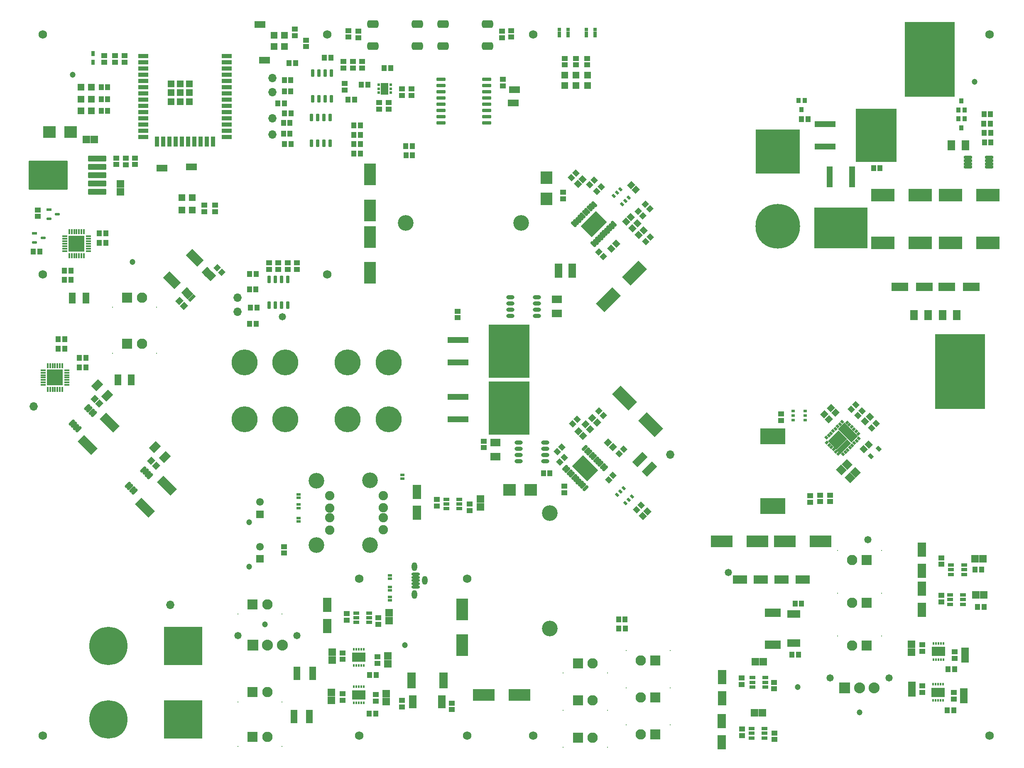
<source format=gts>
G04*
G04 #@! TF.GenerationSoftware,Altium Limited,Altium Designer,22.11.1 (43)*
G04*
G04 Layer_Color=8388736*
%FSLAX25Y25*%
%MOIN*%
G70*
G04*
G04 #@! TF.SameCoordinates,E00A9952-D2AD-4094-941F-04495088175D*
G04*
G04*
G04 #@! TF.FilePolarity,Negative*
G04*
G01*
G75*
%ADD28R,0.05512X0.08661*%
%ADD36R,0.04154X0.02057*%
G04:AMPARAMS|DCode=37|XSize=41.54mil|YSize=20.57mil|CornerRadius=10.29mil|HoleSize=0mil|Usage=FLASHONLY|Rotation=0.000|XOffset=0mil|YOffset=0mil|HoleType=Round|Shape=RoundedRectangle|*
%AMROUNDEDRECTD37*
21,1,0.04154,0.00000,0,0,0.0*
21,1,0.02098,0.02057,0,0,0.0*
1,1,0.02057,0.01049,0.00000*
1,1,0.02057,-0.01049,0.00000*
1,1,0.02057,-0.01049,0.00000*
1,1,0.02057,0.01049,0.00000*
%
%ADD37ROUNDEDRECTD37*%
%ADD45R,0.07874X0.03543*%
%ADD47R,0.08661X0.05512*%
%ADD49R,0.02362X0.01968*%
%ADD50R,0.06102X0.09646*%
%ADD69R,0.05236X0.05236*%
%ADD70R,0.03543X0.07874*%
%ADD105R,0.03556X0.02375*%
%ADD106R,0.04343X0.04737*%
%ADD107R,0.13123X0.13123*%
%ADD108O,0.04147X0.01587*%
%ADD109O,0.01587X0.04147*%
%ADD110R,0.04540X0.04147*%
%ADD111R,0.05524X0.05524*%
%ADD112R,0.06312X0.05918*%
%ADD113R,0.04147X0.04540*%
%ADD114R,0.40170X0.59855*%
%ADD115R,0.04737X0.04343*%
G04:AMPARAMS|DCode=116|XSize=29.65mil|YSize=57.21mil|CornerRadius=5.95mil|HoleSize=0mil|Usage=FLASHONLY|Rotation=180.000|XOffset=0mil|YOffset=0mil|HoleType=Round|Shape=RoundedRectangle|*
%AMROUNDEDRECTD116*
21,1,0.02965,0.04532,0,0,180.0*
21,1,0.01776,0.05721,0,0,180.0*
1,1,0.01190,-0.00888,0.02266*
1,1,0.01190,0.00888,0.02266*
1,1,0.01190,0.00888,-0.02266*
1,1,0.01190,-0.00888,-0.02266*
%
%ADD116ROUNDEDRECTD116*%
%ADD117O,0.06706X0.02572*%
%ADD118R,0.03162X0.02769*%
%ADD119R,0.03162X0.02375*%
%ADD120R,0.10446X0.09265*%
%ADD121R,0.05328X0.10642*%
G04:AMPARAMS|DCode=122|XSize=31.5mil|YSize=21.65mil|CornerRadius=0mil|HoleSize=0mil|Usage=FLASHONLY|Rotation=135.000|XOffset=0mil|YOffset=0mil|HoleType=Round|Shape=Rectangle|*
%AMROTATEDRECTD122*
4,1,4,0.01879,-0.00348,0.00348,-0.01879,-0.01879,0.00348,-0.00348,0.01879,0.01879,-0.00348,0.0*
%
%ADD122ROTATEDRECTD122*%

%ADD123R,0.03150X0.02165*%
%ADD124R,0.09461X0.17335*%
G04:AMPARAMS|DCode=125|XSize=29.65mil|YSize=74.93mil|CornerRadius=5.95mil|HoleSize=0mil|Usage=FLASHONLY|Rotation=90.000|XOffset=0mil|YOffset=0mil|HoleType=Round|Shape=RoundedRectangle|*
%AMROUNDEDRECTD125*
21,1,0.02965,0.06303,0,0,90.0*
21,1,0.01776,0.07493,0,0,90.0*
1,1,0.01190,0.03152,0.00888*
1,1,0.01190,0.03152,-0.00888*
1,1,0.01190,-0.03152,-0.00888*
1,1,0.01190,-0.03152,0.00888*
%
%ADD125ROUNDEDRECTD125*%
%ADD126R,0.10642X0.07493*%
%ADD127R,0.01784X0.02375*%
G04:AMPARAMS|DCode=128|XSize=47.37mil|YSize=43.43mil|CornerRadius=0mil|HoleSize=0mil|Usage=FLASHONLY|Rotation=45.000|XOffset=0mil|YOffset=0mil|HoleType=Round|Shape=Rectangle|*
%AMROTATEDRECTD128*
4,1,4,-0.00139,-0.03210,-0.03210,-0.00139,0.00139,0.03210,0.03210,0.00139,-0.00139,-0.03210,0.0*
%
%ADD128ROTATEDRECTD128*%

G04:AMPARAMS|DCode=129|XSize=45.4mil|YSize=41.47mil|CornerRadius=0mil|HoleSize=0mil|Usage=FLASHONLY|Rotation=225.000|XOffset=0mil|YOffset=0mil|HoleType=Round|Shape=Rectangle|*
%AMROTATEDRECTD129*
4,1,4,0.00139,0.03071,0.03071,0.00139,-0.00139,-0.03071,-0.03071,-0.00139,0.00139,0.03071,0.0*
%
%ADD129ROTATEDRECTD129*%

G04:AMPARAMS|DCode=130|XSize=47.37mil|YSize=43.43mil|CornerRadius=0mil|HoleSize=0mil|Usage=FLASHONLY|Rotation=135.000|XOffset=0mil|YOffset=0mil|HoleType=Round|Shape=Rectangle|*
%AMROTATEDRECTD130*
4,1,4,0.03210,-0.00139,0.00139,-0.03210,-0.03210,0.00139,-0.00139,0.03210,0.03210,-0.00139,0.0*
%
%ADD130ROTATEDRECTD130*%

G04:AMPARAMS|DCode=131|XSize=45.4mil|YSize=41.47mil|CornerRadius=0mil|HoleSize=0mil|Usage=FLASHONLY|Rotation=135.000|XOffset=0mil|YOffset=0mil|HoleType=Round|Shape=Rectangle|*
%AMROTATEDRECTD131*
4,1,4,0.03071,-0.00139,0.00139,-0.03071,-0.03071,0.00139,-0.00139,0.03071,0.03071,-0.00139,0.0*
%
%ADD131ROTATEDRECTD131*%

%ADD132R,0.09265X0.10446*%
G04:AMPARAMS|DCode=133|XSize=126.11mil|YSize=173.35mil|CornerRadius=5.77mil|HoleSize=0mil|Usage=FLASHONLY|Rotation=135.000|XOffset=0mil|YOffset=0mil|HoleType=Round|Shape=RoundedRectangle|*
%AMROUNDEDRECTD133*
21,1,0.12611,0.16181,0,0,135.0*
21,1,0.11457,0.17335,0,0,135.0*
1,1,0.01154,0.01670,0.09771*
1,1,0.01154,0.09771,0.01670*
1,1,0.01154,-0.01670,-0.09771*
1,1,0.01154,-0.09771,-0.01670*
%
%ADD133ROUNDEDRECTD133*%
G04:AMPARAMS|DCode=134|XSize=23.75mil|YSize=55.24mil|CornerRadius=5.97mil|HoleSize=0mil|Usage=FLASHONLY|Rotation=225.000|XOffset=0mil|YOffset=0mil|HoleType=Round|Shape=RoundedRectangle|*
%AMROUNDEDRECTD134*
21,1,0.02375,0.04331,0,0,225.0*
21,1,0.01181,0.05524,0,0,225.0*
1,1,0.01194,-0.01949,0.01114*
1,1,0.01194,-0.01114,0.01949*
1,1,0.01194,0.01949,-0.01114*
1,1,0.01194,0.01114,-0.01949*
%
%ADD134ROUNDEDRECTD134*%
G04:AMPARAMS|DCode=135|XSize=98.55mil|YSize=187.13mil|CornerRadius=0mil|HoleSize=0mil|Usage=FLASHONLY|Rotation=135.000|XOffset=0mil|YOffset=0mil|HoleType=Round|Shape=Rectangle|*
%AMROTATEDRECTD135*
4,1,4,0.10101,0.03132,-0.03132,-0.10101,-0.10101,-0.03132,0.03132,0.10101,0.10101,0.03132,0.0*
%
%ADD135ROTATEDRECTD135*%

G04:AMPARAMS|DCode=136|XSize=98.55mil|YSize=187.13mil|CornerRadius=0mil|HoleSize=0mil|Usage=FLASHONLY|Rotation=225.000|XOffset=0mil|YOffset=0mil|HoleType=Round|Shape=Rectangle|*
%AMROTATEDRECTD136*
4,1,4,-0.03132,0.10101,0.10101,-0.03132,0.03132,-0.10101,-0.10101,0.03132,-0.03132,0.10101,0.0*
%
%ADD136ROTATEDRECTD136*%

G04:AMPARAMS|DCode=137|XSize=114.3mil|YSize=59.18mil|CornerRadius=0mil|HoleSize=0mil|Usage=FLASHONLY|Rotation=225.000|XOffset=0mil|YOffset=0mil|HoleType=Round|Shape=Rectangle|*
%AMROTATEDRECTD137*
4,1,4,0.01949,0.06134,0.06134,0.01949,-0.01949,-0.06134,-0.06134,-0.01949,0.01949,0.06134,0.0*
%
%ADD137ROTATEDRECTD137*%

G04:AMPARAMS|DCode=138|XSize=40.68mil|YSize=32.61mil|CornerRadius=0mil|HoleSize=0mil|Usage=FLASHONLY|Rotation=315.000|XOffset=0mil|YOffset=0mil|HoleType=Round|Shape=Rectangle|*
%AMROTATEDRECTD138*
4,1,4,-0.02591,0.00285,-0.00285,0.02591,0.02591,-0.00285,0.00285,-0.02591,-0.02591,0.00285,0.0*
%
%ADD138ROTATEDRECTD138*%

%ADD139R,0.05524X0.05524*%
G04:AMPARAMS|DCode=140|XSize=63.12mil|YSize=59.18mil|CornerRadius=0mil|HoleSize=0mil|Usage=FLASHONLY|Rotation=135.000|XOffset=0mil|YOffset=0mil|HoleType=Round|Shape=Rectangle|*
%AMROTATEDRECTD140*
4,1,4,0.04324,-0.00139,0.00139,-0.04324,-0.04324,0.00139,-0.00139,0.04324,0.04324,-0.00139,0.0*
%
%ADD140ROTATEDRECTD140*%

G04:AMPARAMS|DCode=141|XSize=63.12mil|YSize=90.68mil|CornerRadius=17.78mil|HoleSize=0mil|Usage=FLASHONLY|Rotation=90.000|XOffset=0mil|YOffset=0mil|HoleType=Round|Shape=RoundedRectangle|*
%AMROUNDEDRECTD141*
21,1,0.06312,0.05512,0,0,90.0*
21,1,0.02756,0.09068,0,0,90.0*
1,1,0.03556,0.02756,0.01378*
1,1,0.03556,0.02756,-0.01378*
1,1,0.03556,-0.02756,-0.01378*
1,1,0.03556,-0.02756,0.01378*
%
%ADD141ROUNDEDRECTD141*%
%ADD142R,0.02769X0.03950*%
%ADD143R,0.05918X0.06312*%
G04:AMPARAMS|DCode=144|XSize=236.35mil|YSize=311.15mil|CornerRadius=6.28mil|HoleSize=0mil|Usage=FLASHONLY|Rotation=270.000|XOffset=0mil|YOffset=0mil|HoleType=Round|Shape=RoundedRectangle|*
%AMROUNDEDRECTD144*
21,1,0.23635,0.29858,0,0,270.0*
21,1,0.22378,0.31115,0,0,270.0*
1,1,0.01257,-0.14929,-0.11189*
1,1,0.01257,-0.14929,0.11189*
1,1,0.01257,0.14929,0.11189*
1,1,0.01257,0.14929,-0.11189*
%
%ADD144ROUNDEDRECTD144*%
G04:AMPARAMS|DCode=145|XSize=47.37mil|YSize=145.8mil|CornerRadius=5.97mil|HoleSize=0mil|Usage=FLASHONLY|Rotation=270.000|XOffset=0mil|YOffset=0mil|HoleType=Round|Shape=RoundedRectangle|*
%AMROUNDEDRECTD145*
21,1,0.04737,0.13386,0,0,270.0*
21,1,0.03543,0.14580,0,0,270.0*
1,1,0.01194,-0.06693,-0.01772*
1,1,0.01194,-0.06693,0.01772*
1,1,0.01194,0.06693,0.01772*
1,1,0.01194,0.06693,-0.01772*
%
%ADD145ROUNDEDRECTD145*%
%ADD146O,0.07099X0.02572*%
%ADD147R,0.33084X0.43123*%
%ADD148R,0.17139X0.05131*%
G04:AMPARAMS|DCode=149|XSize=119.42mil|YSize=43.43mil|CornerRadius=0mil|HoleSize=0mil|Usage=FLASHONLY|Rotation=45.000|XOffset=0mil|YOffset=0mil|HoleType=Round|Shape=Rectangle|*
%AMROTATEDRECTD149*
4,1,4,-0.02686,-0.05758,-0.05758,-0.02686,0.02686,0.05758,0.05758,0.02686,-0.02686,-0.05758,0.0*
%
%ADD149ROTATEDRECTD149*%

G04:AMPARAMS|DCode=150|XSize=119.42mil|YSize=94.61mil|CornerRadius=0mil|HoleSize=0mil|Usage=FLASHONLY|Rotation=45.000|XOffset=0mil|YOffset=0mil|HoleType=Round|Shape=Rectangle|*
%AMROTATEDRECTD150*
4,1,4,-0.00877,-0.07567,-0.07567,-0.00877,0.00877,0.07567,0.07567,0.00877,-0.00877,-0.07567,0.0*
%
%ADD150ROTATEDRECTD150*%

G04:AMPARAMS|DCode=151|XSize=153.67mil|YSize=70.99mil|CornerRadius=0mil|HoleSize=0mil|Usage=FLASHONLY|Rotation=315.000|XOffset=0mil|YOffset=0mil|HoleType=Round|Shape=Rectangle|*
%AMROTATEDRECTD151*
4,1,4,-0.07943,0.02923,-0.02923,0.07943,0.07943,-0.02923,0.02923,-0.07943,-0.07943,0.02923,0.0*
%
%ADD151ROTATEDRECTD151*%

G04:AMPARAMS|DCode=152|XSize=23.75mil|YSize=19.81mil|CornerRadius=0mil|HoleSize=0mil|Usage=FLASHONLY|Rotation=225.000|XOffset=0mil|YOffset=0mil|HoleType=Round|Shape=Rectangle|*
%AMROTATEDRECTD152*
4,1,4,0.00139,0.01540,0.01540,0.00139,-0.00139,-0.01540,-0.01540,-0.00139,0.00139,0.01540,0.0*
%
%ADD152ROTATEDRECTD152*%

G04:AMPARAMS|DCode=153|XSize=23.75mil|YSize=19.81mil|CornerRadius=0mil|HoleSize=0mil|Usage=FLASHONLY|Rotation=135.000|XOffset=0mil|YOffset=0mil|HoleType=Round|Shape=Rectangle|*
%AMROTATEDRECTD153*
4,1,4,0.01540,-0.00139,0.00139,-0.01540,-0.01540,0.00139,-0.00139,0.01540,0.01540,-0.00139,0.0*
%
%ADD153ROTATEDRECTD153*%

G04:AMPARAMS|DCode=154|XSize=126.11mil|YSize=173.35mil|CornerRadius=5.77mil|HoleSize=0mil|Usage=FLASHONLY|Rotation=225.000|XOffset=0mil|YOffset=0mil|HoleType=Round|Shape=RoundedRectangle|*
%AMROUNDEDRECTD154*
21,1,0.12611,0.16181,0,0,225.0*
21,1,0.11457,0.17335,0,0,225.0*
1,1,0.01154,-0.09771,0.01670*
1,1,0.01154,-0.01670,0.09771*
1,1,0.01154,0.09771,-0.01670*
1,1,0.01154,0.01670,-0.09771*
%
%ADD154ROUNDEDRECTD154*%
G04:AMPARAMS|DCode=155|XSize=23.75mil|YSize=55.24mil|CornerRadius=5.97mil|HoleSize=0mil|Usage=FLASHONLY|Rotation=315.000|XOffset=0mil|YOffset=0mil|HoleType=Round|Shape=RoundedRectangle|*
%AMROUNDEDRECTD155*
21,1,0.02375,0.04331,0,0,315.0*
21,1,0.01181,0.05524,0,0,315.0*
1,1,0.01194,-0.01114,-0.01949*
1,1,0.01194,-0.01949,-0.01114*
1,1,0.01194,0.01114,0.01949*
1,1,0.01194,0.01949,0.01114*
%
%ADD155ROUNDEDRECTD155*%
%ADD156R,0.17335X0.09461*%
%ADD157R,0.06312X0.02572*%
%ADD158R,0.07099X0.13005*%
%ADD159R,0.05918X0.11430*%
G04:AMPARAMS|DCode=160|XSize=25.72mil|YSize=63.12mil|CornerRadius=0mil|HoleSize=0mil|Usage=FLASHONLY|Rotation=135.000|XOffset=0mil|YOffset=0mil|HoleType=Round|Shape=Rectangle|*
%AMROTATEDRECTD160*
4,1,4,0.03141,0.01322,-0.01322,-0.03141,-0.03141,-0.01322,0.01322,0.03141,0.03141,0.01322,0.0*
%
%ADD160ROTATEDRECTD160*%

G04:AMPARAMS|DCode=161|XSize=130.05mil|YSize=70.99mil|CornerRadius=0mil|HoleSize=0mil|Usage=FLASHONLY|Rotation=315.000|XOffset=0mil|YOffset=0mil|HoleType=Round|Shape=Rectangle|*
%AMROTATEDRECTD161*
4,1,4,-0.07108,0.02088,-0.02088,0.07108,0.07108,-0.02088,0.02088,-0.07108,-0.07108,0.02088,0.0*
%
%ADD161ROTATEDRECTD161*%

%ADD162R,0.13005X0.07099*%
%ADD163R,0.02572X0.06312*%
%ADD164R,0.11824X0.07099*%
%ADD165R,0.20485X0.13005*%
%ADD166R,0.07887X0.05918*%
%ADD167O,0.06509X0.03162*%
G04:AMPARAMS|DCode=168|XSize=151.7mil|YSize=70.99mil|CornerRadius=0mil|HoleSize=0mil|Usage=FLASHONLY|Rotation=315.000|XOffset=0mil|YOffset=0mil|HoleType=Round|Shape=Rectangle|*
%AMROTATEDRECTD168*
4,1,4,-0.07873,0.02854,-0.02854,0.07873,0.07873,-0.02854,0.02854,-0.07873,-0.07873,0.02854,0.0*
%
%ADD168ROTATEDRECTD168*%

G04:AMPARAMS|DCode=169|XSize=78.87mil|YSize=59.18mil|CornerRadius=0mil|HoleSize=0mil|Usage=FLASHONLY|Rotation=45.000|XOffset=0mil|YOffset=0mil|HoleType=Round|Shape=Rectangle|*
%AMROTATEDRECTD169*
4,1,4,-0.00696,-0.04881,-0.04881,-0.00696,0.00696,0.04881,0.04881,0.00696,-0.00696,-0.04881,0.0*
%
%ADD169ROTATEDRECTD169*%

G04:AMPARAMS|DCode=170|XSize=27.69mil|YSize=61.15mil|CornerRadius=0mil|HoleSize=0mil|Usage=FLASHONLY|Rotation=315.000|XOffset=0mil|YOffset=0mil|HoleType=Round|Shape=Round|*
%AMOVALD170*
21,1,0.03347,0.02769,0.00000,0.00000,45.0*
1,1,0.02769,-0.01183,-0.01183*
1,1,0.02769,0.01183,0.01183*
%
%ADD170OVALD170*%

%ADD171R,0.07099X0.11824*%
%ADD172R,0.04540X0.03162*%
%ADD173R,0.05918X0.07887*%
%ADD174R,0.03556X0.04343*%
%ADD175R,0.05131X0.17139*%
%ADD176R,0.43123X0.33084*%
%ADD177R,0.13398X0.07099*%
%ADD178R,0.18713X0.09855*%
%ADD179C,0.07493*%
%ADD180C,0.12611*%
%ADD181C,0.02473*%
%ADD182O,0.06706X0.06706*%
%ADD183O,0.04343X0.07099*%
%ADD184R,0.08300X0.08300*%
%ADD185C,0.08300*%
%ADD186C,0.00800*%
%ADD187C,0.04737*%
%ADD188R,0.30800X0.30800*%
%ADD189C,0.30800*%
%ADD190C,0.35800*%
%ADD191R,0.35800X0.35800*%
%ADD192C,0.20800*%
%ADD193C,0.06800*%
%ADD194C,0.05800*%
%ADD195C,0.08800*%
%ADD196R,0.08800X0.08800*%
%ADD197C,0.04724*%
%ADD198C,0.06102*%
%ADD199R,0.06102X0.06102*%
%ADD200C,0.02769*%
D28*
X50394Y364961D02*
D03*
X75984Y299213D02*
D03*
X86614D02*
D03*
X39370Y364961D02*
D03*
D36*
X20569Y436024D02*
D03*
X9152Y417126D02*
D03*
D37*
X20569Y428543D02*
D03*
X27463Y432283D02*
D03*
X9152Y409646D02*
D03*
X16045Y413386D02*
D03*
D45*
X163386Y524449D02*
D03*
Y559449D02*
D03*
Y554449D02*
D03*
Y549449D02*
D03*
Y544449D02*
D03*
Y539449D02*
D03*
Y534449D02*
D03*
Y529449D02*
D03*
Y519449D02*
D03*
Y514449D02*
D03*
Y509449D02*
D03*
Y504449D02*
D03*
Y499449D02*
D03*
Y494449D02*
D03*
X96457D02*
D03*
Y499449D02*
D03*
Y504449D02*
D03*
Y509449D02*
D03*
Y514449D02*
D03*
Y519449D02*
D03*
Y524449D02*
D03*
Y529449D02*
D03*
Y534449D02*
D03*
Y539449D02*
D03*
Y544449D02*
D03*
Y549449D02*
D03*
Y554449D02*
D03*
Y559449D02*
D03*
D47*
X135039Y470472D02*
D03*
X111417Y469291D02*
D03*
X394488Y532283D02*
D03*
X190157Y584646D02*
D03*
X393307Y521654D02*
D03*
X193701Y555905D02*
D03*
D49*
X285197Y536221D02*
D03*
Y533071D02*
D03*
Y529921D02*
D03*
X294882D02*
D03*
Y533071D02*
D03*
Y536221D02*
D03*
D50*
X290039Y533071D02*
D03*
D69*
X133209Y522697D02*
D03*
X125984D02*
D03*
X118760D02*
D03*
X133209Y529921D02*
D03*
X125984D02*
D03*
X118760D02*
D03*
X133209Y537146D02*
D03*
X125984D02*
D03*
X118760D02*
D03*
D70*
X152421Y490512D02*
D03*
X147421D02*
D03*
X142421D02*
D03*
X137421D02*
D03*
X132421D02*
D03*
X127421D02*
D03*
X122421D02*
D03*
X117421D02*
D03*
X112421D02*
D03*
X107421D02*
D03*
D105*
X294488Y133071D02*
D03*
Y130315D02*
D03*
Y139567D02*
D03*
Y142323D02*
D03*
Y125000D02*
D03*
Y122244D02*
D03*
X220866Y185630D02*
D03*
Y188386D02*
D03*
Y199213D02*
D03*
Y196457D02*
D03*
Y204528D02*
D03*
Y207283D02*
D03*
X304331Y222835D02*
D03*
Y220079D02*
D03*
D106*
X50295Y316929D02*
D03*
X44980D02*
D03*
X38484Y379528D02*
D03*
X33169D02*
D03*
X50295Y309449D02*
D03*
X44980D02*
D03*
X28051Y324409D02*
D03*
X33366D02*
D03*
Y331890D02*
D03*
X28051D02*
D03*
X33169Y387008D02*
D03*
X38484D02*
D03*
X61122Y409449D02*
D03*
X66437D02*
D03*
X181595Y344488D02*
D03*
X186909D02*
D03*
X181595Y384252D02*
D03*
X186909D02*
D03*
X265453Y481102D02*
D03*
X270768D02*
D03*
X265453Y488583D02*
D03*
X270768D02*
D03*
X265453Y496063D02*
D03*
X270768D02*
D03*
X265453Y503543D02*
D03*
X270768D02*
D03*
X209547Y513386D02*
D03*
X214862D02*
D03*
X209550Y488721D02*
D03*
X214865D02*
D03*
X247146Y557874D02*
D03*
X241831D02*
D03*
X209744Y521260D02*
D03*
X204429D02*
D03*
X213484Y553543D02*
D03*
X218799D02*
D03*
X66437Y416929D02*
D03*
X61122D02*
D03*
X747638Y66929D02*
D03*
X742323D02*
D03*
X422835Y224410D02*
D03*
X417520D02*
D03*
X622441Y78740D02*
D03*
X617126D02*
D03*
X277658Y31496D02*
D03*
X282972D02*
D03*
X278051Y62205D02*
D03*
X283366D02*
D03*
X741535Y33858D02*
D03*
X746850D02*
D03*
X771063Y505118D02*
D03*
X776378D02*
D03*
D107*
X25492Y301181D02*
D03*
X42815Y408661D02*
D03*
D108*
X15945Y295276D02*
D03*
Y297244D02*
D03*
Y299213D02*
D03*
Y301181D02*
D03*
Y303150D02*
D03*
Y305118D02*
D03*
Y307087D02*
D03*
X35039D02*
D03*
Y305118D02*
D03*
Y303150D02*
D03*
Y301181D02*
D03*
Y299213D02*
D03*
Y297244D02*
D03*
Y295276D02*
D03*
X33268Y402756D02*
D03*
Y404724D02*
D03*
Y406693D02*
D03*
Y408661D02*
D03*
Y410630D02*
D03*
Y412598D02*
D03*
Y414567D02*
D03*
X52362D02*
D03*
Y412598D02*
D03*
Y410630D02*
D03*
Y408661D02*
D03*
Y406693D02*
D03*
Y404724D02*
D03*
Y402756D02*
D03*
D109*
X19587Y310728D02*
D03*
X21555D02*
D03*
X23524D02*
D03*
X25492D02*
D03*
X27461D02*
D03*
X29429D02*
D03*
X31398D02*
D03*
Y291634D02*
D03*
X29429D02*
D03*
X27461D02*
D03*
X25492D02*
D03*
X23524D02*
D03*
X21555D02*
D03*
X19587D02*
D03*
X36909Y418209D02*
D03*
X38878D02*
D03*
X40846D02*
D03*
X42815D02*
D03*
X44783D02*
D03*
X46752D02*
D03*
X48720D02*
D03*
Y399114D02*
D03*
X46752D02*
D03*
X44783D02*
D03*
X42815D02*
D03*
X40846D02*
D03*
X38878D02*
D03*
X36909D02*
D03*
D110*
X153937Y434449D02*
D03*
Y439567D02*
D03*
X145276Y434449D02*
D03*
Y439567D02*
D03*
X11811Y430512D02*
D03*
Y435630D02*
D03*
X257874Y537205D02*
D03*
Y532087D02*
D03*
X434546Y557480D02*
D03*
X256299Y42126D02*
D03*
Y47244D02*
D03*
X647638Y206737D02*
D03*
X647638Y201619D02*
D03*
X639590Y206737D02*
D03*
Y201619D02*
D03*
X443601Y557480D02*
D03*
Y552362D02*
D03*
X434546D02*
D03*
X452756Y557480D02*
D03*
Y552362D02*
D03*
X227165Y572047D02*
D03*
Y566929D02*
D03*
X218110Y580905D02*
D03*
Y575787D02*
D03*
X391732Y579744D02*
D03*
Y574626D02*
D03*
X261024Y579744D02*
D03*
Y574626D02*
D03*
X89764Y472244D02*
D03*
Y477362D02*
D03*
X344094Y39764D02*
D03*
Y34646D02*
D03*
X74803Y472244D02*
D03*
Y477362D02*
D03*
X209449Y165354D02*
D03*
Y160236D02*
D03*
X256299Y80118D02*
D03*
Y75000D02*
D03*
X369685Y250000D02*
D03*
Y244882D02*
D03*
X348819Y354331D02*
D03*
Y349213D02*
D03*
X721654Y53543D02*
D03*
Y48425D02*
D03*
X721654Y86614D02*
D03*
Y81496D02*
D03*
X285039Y108268D02*
D03*
Y103150D02*
D03*
X358268Y199606D02*
D03*
Y194488D02*
D03*
X602756Y56496D02*
D03*
Y51378D02*
D03*
X603150Y15748D02*
D03*
Y10630D02*
D03*
X293307Y516732D02*
D03*
Y521850D02*
D03*
X285827Y516732D02*
D03*
Y521850D02*
D03*
D111*
X127362Y435827D02*
D03*
X135630D02*
D03*
Y445669D02*
D03*
X127362D02*
D03*
X201378Y566929D02*
D03*
X209646D02*
D03*
Y575984D02*
D03*
X201378D02*
D03*
X46260Y524803D02*
D03*
X54528D02*
D03*
Y534252D02*
D03*
X46260D02*
D03*
Y515354D02*
D03*
X54528D02*
D03*
D112*
X712992Y87008D02*
D03*
Y80709D02*
D03*
X77953Y456693D02*
D03*
Y450394D02*
D03*
X291339Y47244D02*
D03*
Y40945D02*
D03*
X247244Y48425D02*
D03*
Y42126D02*
D03*
X248031Y80709D02*
D03*
Y74410D02*
D03*
X292520Y77559D02*
D03*
Y71260D02*
D03*
X755118Y48819D02*
D03*
Y42520D02*
D03*
X713386Y54134D02*
D03*
Y47835D02*
D03*
X755905Y81496D02*
D03*
Y75197D02*
D03*
X293701Y112205D02*
D03*
Y105905D02*
D03*
X366929Y203543D02*
D03*
Y197244D02*
D03*
D113*
X13189Y402362D02*
D03*
X8071D02*
D03*
X186811Y372047D02*
D03*
X181693D02*
D03*
X187598Y357480D02*
D03*
X182480D02*
D03*
X213976Y505512D02*
D03*
X208858D02*
D03*
X213976Y496850D02*
D03*
X208858D02*
D03*
X214764Y531102D02*
D03*
X209646D02*
D03*
X214764Y540158D02*
D03*
X209646D02*
D03*
X265945Y524409D02*
D03*
X260827D02*
D03*
X312205Y487008D02*
D03*
X307087D02*
D03*
X307283Y479528D02*
D03*
X312402D02*
D03*
X477953Y107087D02*
D03*
X483071D02*
D03*
X478150Y99606D02*
D03*
X483268D02*
D03*
X271457Y536221D02*
D03*
X276575D02*
D03*
X289764Y549606D02*
D03*
X294882D02*
D03*
X62598Y534252D02*
D03*
X67716D02*
D03*
X62598Y524803D02*
D03*
X67716D02*
D03*
X62598Y515354D02*
D03*
X67716D02*
D03*
X687795Y469291D02*
D03*
X682677D02*
D03*
X619685Y119685D02*
D03*
X624803D02*
D03*
X766142Y116929D02*
D03*
X771260D02*
D03*
X764173Y146850D02*
D03*
X769291D02*
D03*
X771457Y497638D02*
D03*
X776575D02*
D03*
X771260Y512598D02*
D03*
X776378D02*
D03*
X624803Y508661D02*
D03*
X629921D02*
D03*
X771654Y490158D02*
D03*
X776772D02*
D03*
D114*
X727559Y556693D02*
D03*
X751968Y305906D02*
D03*
D115*
X219586Y393307D02*
D03*
Y387992D02*
D03*
X212205Y393209D02*
D03*
Y387894D02*
D03*
X204724Y393209D02*
D03*
Y387894D02*
D03*
X197244Y393209D02*
D03*
Y387894D02*
D03*
X257087Y549705D02*
D03*
Y555020D02*
D03*
X264567Y549705D02*
D03*
Y555020D02*
D03*
X272047Y549705D02*
D03*
Y555020D02*
D03*
X608268Y272047D02*
D03*
Y266732D02*
D03*
X433465Y450000D02*
D03*
Y444685D02*
D03*
X434252Y213976D02*
D03*
Y208661D02*
D03*
X631542Y206324D02*
D03*
Y201009D02*
D03*
X384252Y574016D02*
D03*
Y579331D02*
D03*
X268898Y574016D02*
D03*
Y579331D02*
D03*
X385039Y540748D02*
D03*
Y535433D02*
D03*
X64961Y554331D02*
D03*
Y559646D02*
D03*
X81496Y554331D02*
D03*
Y559646D02*
D03*
X73622Y554331D02*
D03*
Y559646D02*
D03*
X303937Y36713D02*
D03*
Y42028D02*
D03*
X82284Y472146D02*
D03*
Y477461D02*
D03*
X283071Y46654D02*
D03*
Y41339D02*
D03*
X284252Y76968D02*
D03*
Y71653D02*
D03*
X746850Y48228D02*
D03*
Y42913D02*
D03*
X747638Y81102D02*
D03*
Y75787D02*
D03*
X737008Y151181D02*
D03*
Y156496D02*
D03*
Y126279D02*
D03*
Y120965D02*
D03*
X259842Y111811D02*
D03*
Y106496D02*
D03*
X331890Y203346D02*
D03*
Y198031D02*
D03*
X576772Y60138D02*
D03*
Y54823D02*
D03*
X577165Y18898D02*
D03*
Y13583D02*
D03*
X304095Y533071D02*
D03*
Y527756D02*
D03*
X311575Y533071D02*
D03*
Y527756D02*
D03*
D116*
X197224Y359350D02*
D03*
X202224D02*
D03*
X207224D02*
D03*
X212224D02*
D03*
X197224Y380020D02*
D03*
X202224D02*
D03*
X207224D02*
D03*
X212224D02*
D03*
X231476Y489272D02*
D03*
X236476D02*
D03*
X241476D02*
D03*
X246476D02*
D03*
X231476Y509941D02*
D03*
X236476D02*
D03*
X241476D02*
D03*
X246476D02*
D03*
X232264Y525098D02*
D03*
X237264D02*
D03*
X242264D02*
D03*
X247264D02*
D03*
X232264Y545768D02*
D03*
X237264D02*
D03*
X242264D02*
D03*
X247264D02*
D03*
D117*
X314961Y138189D02*
D03*
Y140748D02*
D03*
Y143307D02*
D03*
Y133071D02*
D03*
Y135630D02*
D03*
D118*
X430315Y580709D02*
D03*
X437402D02*
D03*
X451968D02*
D03*
X459055D02*
D03*
Y575591D02*
D03*
X451968D02*
D03*
X437402D02*
D03*
X430315D02*
D03*
D119*
Y578150D02*
D03*
X451968D02*
D03*
X459055D02*
D03*
X437402D02*
D03*
D120*
X37992Y498425D02*
D03*
X21063D02*
D03*
X407283Y211024D02*
D03*
X390354D02*
D03*
D121*
X232185Y63779D02*
D03*
X219783D02*
D03*
X229823Y29134D02*
D03*
X217421D02*
D03*
D122*
X476827Y206928D02*
D03*
X479472Y209572D02*
D03*
X482116Y212217D02*
D03*
X488798Y205536D02*
D03*
X486153Y202891D02*
D03*
X483508Y200246D02*
D03*
X473936Y447153D02*
D03*
X476581Y449797D02*
D03*
X479225Y452442D02*
D03*
X485907Y445761D02*
D03*
X483262Y443116D02*
D03*
X480617Y440471D02*
D03*
D123*
X627559Y274410D02*
D03*
Y270669D02*
D03*
Y266929D02*
D03*
X618110D02*
D03*
Y270669D02*
D03*
Y274410D02*
D03*
D124*
X278346Y385236D02*
D03*
Y413976D02*
D03*
X352362Y86221D02*
D03*
Y114961D02*
D03*
X278346Y435433D02*
D03*
Y464173D02*
D03*
D125*
X371850Y505728D02*
D03*
Y510728D02*
D03*
Y515728D02*
D03*
Y520728D02*
D03*
Y525728D02*
D03*
Y530728D02*
D03*
Y535728D02*
D03*
Y540728D02*
D03*
X335236Y505728D02*
D03*
Y510728D02*
D03*
Y515728D02*
D03*
Y520728D02*
D03*
Y525728D02*
D03*
Y530728D02*
D03*
Y535728D02*
D03*
Y540728D02*
D03*
D126*
X734252Y48425D02*
D03*
X269291Y46457D02*
D03*
X269291Y76575D02*
D03*
X734646Y81299D02*
D03*
D127*
X730315Y54921D02*
D03*
X732283D02*
D03*
X734252Y54921D02*
D03*
X736221Y54921D02*
D03*
X738189D02*
D03*
Y41929D02*
D03*
X736221D02*
D03*
X734252D02*
D03*
X732283D02*
D03*
X730315D02*
D03*
X265354Y39961D02*
D03*
X267323D02*
D03*
X269291D02*
D03*
X271260D02*
D03*
X273228D02*
D03*
Y52953D02*
D03*
X271260D02*
D03*
X269291Y52953D02*
D03*
X267323Y52953D02*
D03*
X265354D02*
D03*
X265354Y70079D02*
D03*
X267323D02*
D03*
X269291Y70079D02*
D03*
X271260Y70079D02*
D03*
X273228D02*
D03*
Y83071D02*
D03*
X271260D02*
D03*
X269291D02*
D03*
X267323D02*
D03*
X265354D02*
D03*
X730709Y74803D02*
D03*
X732677D02*
D03*
X734646D02*
D03*
X736614Y74803D02*
D03*
X738583D02*
D03*
Y87795D02*
D03*
X736614D02*
D03*
X734646Y87795D02*
D03*
X732677D02*
D03*
X730709D02*
D03*
D128*
X487974Y455727D02*
D03*
X491732Y451968D02*
D03*
X455113Y259825D02*
D03*
X451354Y263583D02*
D03*
X460540Y265050D02*
D03*
X456782Y268808D02*
D03*
X449475Y254327D02*
D03*
X445717Y258085D02*
D03*
X473228Y245276D02*
D03*
X469470Y249034D02*
D03*
X643003Y271564D02*
D03*
X646761Y267806D02*
D03*
X648210Y276593D02*
D03*
X651968Y272835D02*
D03*
X129080Y358786D02*
D03*
X125322Y362544D02*
D03*
X57369Y283979D02*
D03*
X61127Y280221D02*
D03*
X106558Y230471D02*
D03*
X102800Y234229D02*
D03*
D129*
X502991Y436773D02*
D03*
X499372Y440392D02*
D03*
X493625Y434721D02*
D03*
X497244Y431102D02*
D03*
X462129Y402044D02*
D03*
X465748Y398425D02*
D03*
X465589Y270631D02*
D03*
X461970Y274251D02*
D03*
X155805Y389409D02*
D03*
X159424Y385790D02*
D03*
D130*
X497333Y189853D02*
D03*
X501092Y193611D02*
D03*
X445289Y456706D02*
D03*
X449048Y460465D02*
D03*
X494118Y415740D02*
D03*
X497876Y419498D02*
D03*
X483881Y426370D02*
D03*
X487640Y430128D02*
D03*
X489171Y421080D02*
D03*
X492929Y424839D02*
D03*
X675769Y265927D02*
D03*
X679528Y269685D02*
D03*
X678561Y247459D02*
D03*
X674803Y243701D02*
D03*
X472137Y404814D02*
D03*
X475895Y408572D02*
D03*
D131*
X492277Y195096D02*
D03*
X495896Y198715D02*
D03*
X440082Y461735D02*
D03*
X443701Y465354D02*
D03*
X454724Y455905D02*
D03*
X458344Y459525D02*
D03*
X460236Y450787D02*
D03*
X463855Y454406D02*
D03*
X499769Y410367D02*
D03*
X503388Y413986D02*
D03*
X482125Y243542D02*
D03*
X478505Y239923D02*
D03*
X441104Y263938D02*
D03*
X444723Y267558D02*
D03*
X469844Y219057D02*
D03*
X473463Y222676D02*
D03*
X430709Y233465D02*
D03*
X434328Y237084D02*
D03*
X428740Y241732D02*
D03*
X432359Y245351D02*
D03*
X681046Y260574D02*
D03*
X684665Y264193D02*
D03*
X669844Y270631D02*
D03*
X673463Y274251D02*
D03*
X664567Y275590D02*
D03*
X668186Y279210D02*
D03*
D132*
X420079Y444685D02*
D03*
Y461614D02*
D03*
D133*
X457968Y424383D02*
D03*
D134*
X457759Y408307D02*
D03*
X459569Y410116D02*
D03*
X461378Y411926D02*
D03*
X463188Y413735D02*
D03*
X464997Y415545D02*
D03*
X466807Y417354D02*
D03*
X468617Y419164D02*
D03*
X470426Y420973D02*
D03*
X472236Y422783D02*
D03*
X474045Y424592D02*
D03*
X441891Y424175D02*
D03*
X443701Y425984D02*
D03*
X445510Y427794D02*
D03*
X447320Y429603D02*
D03*
X449129Y431413D02*
D03*
X450939Y433222D02*
D03*
X452748Y435032D02*
D03*
X454558Y436841D02*
D03*
X456367Y438651D02*
D03*
X458177Y440460D02*
D03*
D135*
X490676Y384964D02*
D03*
X469519Y363806D02*
D03*
D136*
X503731Y263417D02*
D03*
X482573Y284575D02*
D03*
D137*
X494921Y235394D02*
D03*
X502716Y227599D02*
D03*
D138*
X680368Y237848D02*
D03*
X686562Y244042D02*
D03*
D139*
X434646Y543898D02*
D03*
Y535630D02*
D03*
X443701Y543898D02*
D03*
Y535630D02*
D03*
X452856Y543898D02*
D03*
Y535630D02*
D03*
D140*
X667975Y225062D02*
D03*
X663521Y220607D02*
D03*
X656828Y226907D02*
D03*
X661282Y231361D02*
D03*
D141*
X316339Y585039D02*
D03*
Y567323D02*
D03*
X280512D02*
D03*
Y585039D02*
D03*
X372835D02*
D03*
Y567323D02*
D03*
X337008D02*
D03*
Y585039D02*
D03*
D142*
X55905Y561319D02*
D03*
Y554232D02*
D03*
D143*
X56925Y492339D02*
D03*
X50626D02*
D03*
X764567Y126772D02*
D03*
X770866D02*
D03*
X764173Y155512D02*
D03*
X770472D02*
D03*
X594095Y72835D02*
D03*
X587795D02*
D03*
X593307Y31890D02*
D03*
X587008D02*
D03*
D144*
X20079Y463779D02*
D03*
D145*
X59449Y477165D02*
D03*
Y470472D02*
D03*
Y463779D02*
D03*
Y457087D02*
D03*
Y450394D02*
D03*
D146*
X758465Y477854D02*
D03*
Y475295D02*
D03*
Y472736D02*
D03*
Y470177D02*
D03*
X775394Y477854D02*
D03*
Y475295D02*
D03*
Y472736D02*
D03*
Y470177D02*
D03*
D147*
X684842Y495591D02*
D03*
X390158Y322441D02*
D03*
Y276772D02*
D03*
D148*
X643701Y486614D02*
D03*
Y504567D02*
D03*
X349016Y313465D02*
D03*
Y331417D02*
D03*
X349016Y267795D02*
D03*
Y285748D02*
D03*
D149*
X658821Y245803D02*
D03*
D150*
X653532Y251092D02*
D03*
D151*
X662064Y256841D02*
D03*
D152*
X661299Y265123D02*
D03*
X663108Y263314D02*
D03*
X664918Y261504D02*
D03*
X666727Y259695D02*
D03*
X668537Y257885D02*
D03*
X670346Y256076D02*
D03*
X654200Y239929D02*
D03*
X652390Y241739D02*
D03*
X650581Y243548D02*
D03*
X648771Y245358D02*
D03*
X646962Y247167D02*
D03*
X645152Y248977D02*
D03*
D153*
X670764Y252178D02*
D03*
X668954Y250369D02*
D03*
X667145Y248559D02*
D03*
X665335Y246749D02*
D03*
X663526Y244940D02*
D03*
X661716Y243130D02*
D03*
X659907Y241321D02*
D03*
X658097Y239511D02*
D03*
X644735Y252874D02*
D03*
X646544Y254684D02*
D03*
X648354Y256493D02*
D03*
X650163Y258303D02*
D03*
X651973Y260112D02*
D03*
X653782Y261922D02*
D03*
X655592Y263731D02*
D03*
X657401Y265541D02*
D03*
D154*
X451036Y228455D02*
D03*
D155*
X467113Y228247D02*
D03*
X465304Y230056D02*
D03*
X463494Y231866D02*
D03*
X461685Y233675D02*
D03*
X459875Y235485D02*
D03*
X458066Y237294D02*
D03*
X456256Y239104D02*
D03*
X454447Y240914D02*
D03*
X452637Y242723D02*
D03*
X450828Y244532D02*
D03*
X451245Y212379D02*
D03*
X449436Y214188D02*
D03*
X447626Y215998D02*
D03*
X445817Y217807D02*
D03*
X444007Y219617D02*
D03*
X442198Y221426D02*
D03*
X440388Y223236D02*
D03*
X438579Y225045D02*
D03*
X436769Y226855D02*
D03*
X434960Y228664D02*
D03*
D156*
X369685Y46457D02*
D03*
X398425Y46457D02*
D03*
X589370Y169685D02*
D03*
X560630Y169685D02*
D03*
X611417Y169685D02*
D03*
X640158Y169685D02*
D03*
D157*
X336024Y37106D02*
D03*
Y39665D02*
D03*
Y42224D02*
D03*
Y44783D02*
D03*
X312795Y37106D02*
D03*
Y39665D02*
D03*
Y42224D02*
D03*
Y44783D02*
D03*
D158*
X337205Y57874D02*
D03*
X311614D02*
D03*
D159*
X440551Y387008D02*
D03*
X429528D02*
D03*
D160*
X151699Y381544D02*
D03*
X149890Y383354D02*
D03*
X148080Y385164D02*
D03*
X146270Y386973D02*
D03*
X135274Y365120D02*
D03*
X133465Y366929D02*
D03*
X131655Y368739D02*
D03*
X129845Y370548D02*
D03*
D161*
X137571Y397343D02*
D03*
X119475Y379248D02*
D03*
D162*
X601575Y112402D02*
D03*
Y86811D02*
D03*
D163*
X622342Y111221D02*
D03*
X619783D02*
D03*
X617224D02*
D03*
X614665D02*
D03*
X622342Y87992D02*
D03*
X619783D02*
D03*
X617224D02*
D03*
X614665D02*
D03*
D164*
X592126Y138976D02*
D03*
X575197D02*
D03*
X608661D02*
D03*
X625591D02*
D03*
D165*
X601575Y198031D02*
D03*
Y253937D02*
D03*
D166*
X379134Y249016D02*
D03*
Y237598D02*
D03*
X428346Y352559D02*
D03*
Y363976D02*
D03*
D167*
X412303Y350768D02*
D03*
Y355768D02*
D03*
Y360768D02*
D03*
Y365768D02*
D03*
X390846Y350768D02*
D03*
X390846Y355768D02*
D03*
Y360768D02*
D03*
X390846Y365768D02*
D03*
X397539Y248839D02*
D03*
Y243839D02*
D03*
Y238839D02*
D03*
Y233839D02*
D03*
X418996Y248839D02*
D03*
Y243839D02*
D03*
Y238839D02*
D03*
Y233839D02*
D03*
D168*
X51592Y247162D02*
D03*
X69270Y264840D02*
D03*
X97719Y196578D02*
D03*
X115397Y214255D02*
D03*
D169*
X67391Y286763D02*
D03*
X59318Y294836D02*
D03*
X113657Y237292D02*
D03*
X105583Y245365D02*
D03*
D170*
X38856Y265049D02*
D03*
X40666Y263239D02*
D03*
X42475Y261430D02*
D03*
X44285Y259620D02*
D03*
X51245Y277437D02*
D03*
X53054Y275627D02*
D03*
X54864Y273818D02*
D03*
X56673Y272008D02*
D03*
X84008Y215021D02*
D03*
X85818Y213211D02*
D03*
X87627Y211402D02*
D03*
X89437Y209592D02*
D03*
X96397Y227409D02*
D03*
X98206Y225599D02*
D03*
X100016Y223790D02*
D03*
X101825Y221980D02*
D03*
D171*
X721260Y162992D02*
D03*
Y146063D02*
D03*
Y114764D02*
D03*
Y131693D02*
D03*
X244094Y101575D02*
D03*
Y118504D02*
D03*
X316142Y192520D02*
D03*
Y209449D02*
D03*
X561024Y60630D02*
D03*
Y43701D02*
D03*
X560630Y8268D02*
D03*
Y25197D02*
D03*
D172*
X754429Y126575D02*
D03*
Y122835D02*
D03*
Y119095D02*
D03*
X743996D02*
D03*
Y122835D02*
D03*
Y126575D02*
D03*
X755217Y150591D02*
D03*
Y146850D02*
D03*
Y143110D02*
D03*
X744783D02*
D03*
Y146850D02*
D03*
Y150591D02*
D03*
X277658Y112008D02*
D03*
Y108268D02*
D03*
Y104528D02*
D03*
X267224D02*
D03*
Y108268D02*
D03*
Y112008D02*
D03*
X350098Y203346D02*
D03*
Y199606D02*
D03*
Y195866D02*
D03*
X339665D02*
D03*
Y199606D02*
D03*
Y203346D02*
D03*
X595669Y60236D02*
D03*
Y56496D02*
D03*
Y52756D02*
D03*
X585236D02*
D03*
Y56496D02*
D03*
Y60236D02*
D03*
X595079Y19291D02*
D03*
Y15551D02*
D03*
Y11811D02*
D03*
X584646D02*
D03*
Y15551D02*
D03*
Y19291D02*
D03*
D173*
X745079Y487795D02*
D03*
X756496D02*
D03*
X726378Y351181D02*
D03*
X714961D02*
D03*
X737992D02*
D03*
X749409D02*
D03*
D174*
X624803Y516339D02*
D03*
X622244Y523819D02*
D03*
X627362D02*
D03*
X753150Y523425D02*
D03*
X755709Y515945D02*
D03*
X750591D02*
D03*
X753150Y501575D02*
D03*
X750591Y509055D02*
D03*
X755709D02*
D03*
D175*
X665276Y462402D02*
D03*
X647323D02*
D03*
D176*
X656299Y421260D02*
D03*
D177*
X723228Y374016D02*
D03*
X703543D02*
D03*
X741339D02*
D03*
X761024D02*
D03*
D178*
X720079Y409449D02*
D03*
X690158D02*
D03*
X744488D02*
D03*
X774409D02*
D03*
X720079Y447638D02*
D03*
X690158D02*
D03*
X744488D02*
D03*
X774409Y447638D02*
D03*
D179*
X246083Y206299D02*
D03*
Y188583D02*
D03*
Y196457D02*
D03*
Y178740D02*
D03*
X288950Y178920D02*
D03*
Y196637D02*
D03*
Y188763D02*
D03*
Y206480D02*
D03*
D180*
X235413Y218386D02*
D03*
Y166654D02*
D03*
X278281Y166834D02*
D03*
Y218566D02*
D03*
X307087Y425197D02*
D03*
X399606D02*
D03*
X422835Y192323D02*
D03*
Y99803D02*
D03*
D181*
X654645Y254433D02*
D03*
X656872Y252206D02*
D03*
X654645Y249979D02*
D03*
X652418Y252206D02*
D03*
Y247752D02*
D03*
X650191Y249979D02*
D03*
X656594Y243576D02*
D03*
X658821Y245803D02*
D03*
X661048Y248030D02*
D03*
X664291Y252387D02*
D03*
X662064Y254614D02*
D03*
X659837Y256841D02*
D03*
X657610Y259068D02*
D03*
X666518Y254614D02*
D03*
X664291Y256841D02*
D03*
X662064Y259068D02*
D03*
X659837Y261295D02*
D03*
D182*
X200000Y541732D02*
D03*
Y530315D02*
D03*
Y496457D02*
D03*
X172047Y365354D02*
D03*
Y353937D02*
D03*
X200000Y509449D02*
D03*
X8268Y277953D02*
D03*
X118110Y118504D02*
D03*
X519291Y239370D02*
D03*
D183*
X313976Y149213D02*
D03*
Y127165D02*
D03*
X322441Y138189D02*
D03*
D184*
X83474Y365354D02*
D03*
X507480Y74154D02*
D03*
Y44360D02*
D03*
X445276Y41860D02*
D03*
X184163Y12598D02*
D03*
Y48504D02*
D03*
X445276Y71653D02*
D03*
X445276Y12067D02*
D03*
X677160Y120201D02*
D03*
Y154567D02*
D03*
Y85835D02*
D03*
X83474Y328346D02*
D03*
X507480Y14567D02*
D03*
X184163Y118898D02*
D03*
D185*
X95274Y365354D02*
D03*
X495680Y74154D02*
D03*
Y44360D02*
D03*
X457076Y41860D02*
D03*
X195963Y12598D02*
D03*
Y48504D02*
D03*
X457076Y71653D02*
D03*
X457076Y12067D02*
D03*
X665360Y120201D02*
D03*
Y154567D02*
D03*
Y85835D02*
D03*
X95274Y328346D02*
D03*
X495680Y14567D02*
D03*
X195963Y118898D02*
D03*
D186*
X71674Y357654D02*
D03*
X107074D02*
D03*
X483880Y81853D02*
D03*
X519280D02*
D03*
Y52060D02*
D03*
X483880D02*
D03*
X433476Y34160D02*
D03*
X468876D02*
D03*
X172363Y4898D02*
D03*
X207763D02*
D03*
Y40804D02*
D03*
X172363D02*
D03*
X433476Y63954D02*
D03*
X468876D02*
D03*
Y4367D02*
D03*
X433476D02*
D03*
X653560Y127901D02*
D03*
X688960D02*
D03*
X653560Y162267D02*
D03*
X688960D02*
D03*
X653560Y93535D02*
D03*
X688960D02*
D03*
X71674Y320647D02*
D03*
X107074D02*
D03*
X519280Y22267D02*
D03*
X483880D02*
D03*
X172363Y111198D02*
D03*
X207763D02*
D03*
D187*
X671260Y32283D02*
D03*
X194095Y103150D02*
D03*
X763779Y538583D02*
D03*
X87795Y394094D02*
D03*
X39764Y544488D02*
D03*
X621654Y52756D02*
D03*
X306299Y86221D02*
D03*
D188*
X128425Y26772D02*
D03*
Y85827D02*
D03*
D189*
X68425Y26772D02*
D03*
Y85827D02*
D03*
D190*
X605512Y422756D02*
D03*
D191*
Y482756D02*
D03*
D192*
X293233Y267717D02*
D03*
X260433D02*
D03*
X177633D02*
D03*
X210433D02*
D03*
Y313386D02*
D03*
X177633D02*
D03*
X260433D02*
D03*
X293233D02*
D03*
D193*
X269685Y139764D02*
D03*
Y13780D02*
D03*
X356299D02*
D03*
Y139764D02*
D03*
X409449Y576772D02*
D03*
X775591D02*
D03*
X15748D02*
D03*
Y383858D02*
D03*
Y13780D02*
D03*
X775591D02*
D03*
X409449D02*
D03*
X244094Y383858D02*
D03*
Y576772D02*
D03*
D194*
X694882Y59842D02*
D03*
X647638D02*
D03*
X219685Y94095D02*
D03*
X172441D02*
D03*
X207874Y350000D02*
D03*
X677953Y170866D02*
D03*
X566142Y144615D02*
D03*
D195*
X683071Y51968D02*
D03*
X671260D02*
D03*
X207874Y86221D02*
D03*
X196063D02*
D03*
D196*
X659449Y51968D02*
D03*
X184252Y86221D02*
D03*
D197*
X181496Y149213D02*
D03*
Y185039D02*
D03*
D198*
X190157Y165354D02*
D03*
Y201181D02*
D03*
D199*
Y155512D02*
D03*
Y191339D02*
D03*
D200*
X29823Y305512D02*
D03*
Y301181D02*
D03*
Y296850D02*
D03*
X25492Y305512D02*
D03*
Y301181D02*
D03*
Y296850D02*
D03*
X21161Y305512D02*
D03*
Y301181D02*
D03*
Y296850D02*
D03*
X47146Y412992D02*
D03*
Y408661D02*
D03*
Y404331D02*
D03*
X42815Y412992D02*
D03*
Y408661D02*
D03*
Y404331D02*
D03*
X38484Y412992D02*
D03*
Y408661D02*
D03*
Y404331D02*
D03*
X453792Y420208D02*
D03*
X451009Y422992D02*
D03*
X456576Y417424D02*
D03*
X459360Y420208D02*
D03*
X462144Y422992D02*
D03*
X464928Y425775D02*
D03*
X459360Y431343D02*
D03*
X462144Y428559D02*
D03*
X456576Y428559D02*
D03*
X459360Y425775D02*
D03*
X453792D02*
D03*
X456576Y422992D02*
D03*
X455212Y224280D02*
D03*
X452428Y221496D02*
D03*
X457996Y227064D02*
D03*
X455212Y229848D02*
D03*
X452428Y232631D02*
D03*
X449644Y235415D02*
D03*
X444077Y229848D02*
D03*
X446861Y232631D02*
D03*
X446861Y227064D02*
D03*
X449645Y229848D02*
D03*
X449645Y224280D02*
D03*
X452428Y227064D02*
D03*
M02*

</source>
